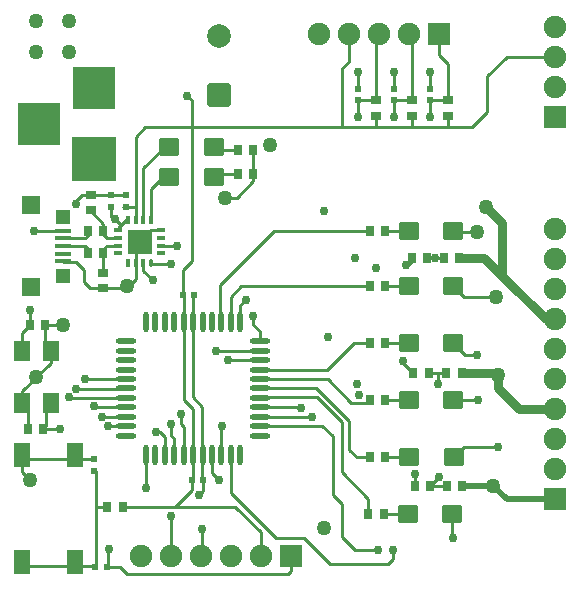
<source format=gtl>
G04 Layer_Physical_Order=1*
G04 Layer_Color=255*
%FSAX24Y24*%
%MOIN*%
G70*
G01*
G75*
%ADD10R,0.0551X0.0709*%
G04:AMPARAMS|DCode=11|XSize=68.9mil|YSize=59.1mil|CornerRadius=7.4mil|HoleSize=0mil|Usage=FLASHONLY|Rotation=180.000|XOffset=0mil|YOffset=0mil|HoleType=Round|Shape=RoundedRectangle|*
%AMROUNDEDRECTD11*
21,1,0.0689,0.0443,0,0,180.0*
21,1,0.0541,0.0591,0,0,180.0*
1,1,0.0148,-0.0271,0.0221*
1,1,0.0148,0.0271,0.0221*
1,1,0.0148,0.0271,-0.0221*
1,1,0.0148,-0.0271,-0.0221*
%
%ADD11ROUNDEDRECTD11*%
%ADD12R,0.0846X0.0846*%
%ADD13R,0.0295X0.0118*%
%ADD14O,0.0118X0.0295*%
%ADD15R,0.0118X0.0295*%
%ADD16R,0.0236X0.0197*%
%ADD17R,0.0354X0.0315*%
%ADD18R,0.0315X0.0354*%
%ADD19R,0.0197X0.0236*%
%ADD20O,0.0197X0.0689*%
%ADD21O,0.0689X0.0197*%
%ADD22R,0.0551X0.0827*%
%ADD23R,0.0532X0.0177*%
%ADD24C,0.0100*%
%ADD25C,0.0300*%
%ADD26C,0.0200*%
%ADD27C,0.0750*%
%ADD28R,0.0750X0.0750*%
%ADD29R,0.0750X0.0750*%
%ADD30R,0.1400X0.1400*%
%ADD31R,0.1500X0.1500*%
%ADD32C,0.0787*%
G04:AMPARAMS|DCode=33|XSize=78.7mil|YSize=78.7mil|CornerRadius=9.8mil|HoleSize=0mil|Usage=FLASHONLY|Rotation=90.000|XOffset=0mil|YOffset=0mil|HoleType=Round|Shape=RoundedRectangle|*
%AMROUNDEDRECTD33*
21,1,0.0787,0.0591,0,0,90.0*
21,1,0.0591,0.0787,0,0,90.0*
1,1,0.0197,0.0295,0.0295*
1,1,0.0197,0.0295,-0.0295*
1,1,0.0197,-0.0295,-0.0295*
1,1,0.0197,-0.0295,0.0295*
%
%ADD33ROUNDEDRECTD33*%
%ADD34R,0.0591X0.0591*%
%ADD35R,0.0492X0.0492*%
%ADD36C,0.0300*%
%ADD37C,0.0500*%
D10*
X010605Y016000D02*
D03*
X011550Y017732D02*
D03*
Y016000D02*
D03*
X010605Y017732D02*
D03*
D11*
X016988Y024550D02*
D03*
X015512D02*
D03*
X016988Y023550D02*
D03*
X015512D02*
D03*
X023462Y012300D02*
D03*
X024938D02*
D03*
X023506Y014200D02*
D03*
X024982D02*
D03*
X023500Y016100D02*
D03*
X024976D02*
D03*
X023500Y018000D02*
D03*
X024976D02*
D03*
X023500Y019900D02*
D03*
X024976D02*
D03*
X023500Y021750D02*
D03*
X024976D02*
D03*
D12*
X014519Y021384D02*
D03*
D13*
X015237Y021768D02*
D03*
Y021512D02*
D03*
Y021256D02*
D03*
Y021000D02*
D03*
X013800D02*
D03*
Y021256D02*
D03*
Y021512D02*
D03*
Y021768D02*
D03*
D14*
X014902Y020665D02*
D03*
D15*
X014646D02*
D03*
X014391D02*
D03*
X014135D02*
D03*
Y022102D02*
D03*
X014391D02*
D03*
X014646D02*
D03*
X014902D02*
D03*
D16*
X024200Y026100D02*
D03*
Y026494D02*
D03*
X023000Y026100D02*
D03*
Y026494D02*
D03*
X021800Y026100D02*
D03*
Y026494D02*
D03*
X013550Y022947D02*
D03*
Y022553D02*
D03*
X014050Y022947D02*
D03*
Y022553D02*
D03*
X013000Y014147D02*
D03*
Y013753D02*
D03*
D17*
X024800Y026106D02*
D03*
Y025594D02*
D03*
X023600Y026100D02*
D03*
Y025588D02*
D03*
X022400Y026100D02*
D03*
Y025588D02*
D03*
X013300Y019838D02*
D03*
Y020350D02*
D03*
X012900Y022962D02*
D03*
Y022450D02*
D03*
D18*
X022188Y018000D02*
D03*
X022700D02*
D03*
X022188Y016100D02*
D03*
X022700D02*
D03*
X022144Y012300D02*
D03*
X022656D02*
D03*
X025162Y020850D02*
D03*
X024650D02*
D03*
X023588D02*
D03*
X024100D02*
D03*
X023644Y017000D02*
D03*
X024156D02*
D03*
X010794Y015150D02*
D03*
X011306D02*
D03*
X011362Y018600D02*
D03*
X010850D02*
D03*
X013950Y012550D02*
D03*
X013438D02*
D03*
X025262Y013250D02*
D03*
X024750D02*
D03*
X023688D02*
D03*
X024200D02*
D03*
X025250Y017000D02*
D03*
X024738D02*
D03*
X022194Y014200D02*
D03*
X022706D02*
D03*
X022194Y019900D02*
D03*
X022706D02*
D03*
X022194Y021750D02*
D03*
X022706D02*
D03*
X013306D02*
D03*
X012794D02*
D03*
X013306Y021000D02*
D03*
X012794D02*
D03*
X018306Y024450D02*
D03*
X017794D02*
D03*
X018306Y023650D02*
D03*
X017794D02*
D03*
D19*
X013047Y010550D02*
D03*
X013441D02*
D03*
X016644Y013450D02*
D03*
X016250D02*
D03*
X016344Y019600D02*
D03*
X015950D02*
D03*
D20*
X017875Y018724D02*
D03*
X017560D02*
D03*
X017245D02*
D03*
X016930D02*
D03*
X016615D02*
D03*
X016300D02*
D03*
X015985D02*
D03*
X015670D02*
D03*
X015355D02*
D03*
X015040D02*
D03*
X014725D02*
D03*
Y014276D02*
D03*
X015040D02*
D03*
X015355D02*
D03*
X015670D02*
D03*
X015985D02*
D03*
X016300D02*
D03*
X016615D02*
D03*
X016930D02*
D03*
X017245D02*
D03*
X017560D02*
D03*
X017875D02*
D03*
D21*
X014076Y018075D02*
D03*
Y017760D02*
D03*
Y017445D02*
D03*
Y017130D02*
D03*
Y016815D02*
D03*
Y016500D02*
D03*
Y016185D02*
D03*
Y015870D02*
D03*
Y015555D02*
D03*
Y015240D02*
D03*
Y014925D02*
D03*
X018524D02*
D03*
Y015240D02*
D03*
Y015555D02*
D03*
Y015870D02*
D03*
Y016185D02*
D03*
Y016500D02*
D03*
Y016815D02*
D03*
Y017130D02*
D03*
Y017445D02*
D03*
Y017760D02*
D03*
Y018075D02*
D03*
D22*
X010600Y010700D02*
D03*
X012372D02*
D03*
X010600Y014283D02*
D03*
X012372D02*
D03*
D23*
X011950Y020732D02*
D03*
Y020988D02*
D03*
Y021756D02*
D03*
Y021500D02*
D03*
Y021244D02*
D03*
D24*
X018306Y024300D02*
Y024450D01*
X018300Y024306D02*
X018306Y024300D01*
X018300Y023400D02*
Y024306D01*
X017750Y022850D02*
X018300Y023400D01*
X017350Y022850D02*
X017750D01*
X015350Y024550D02*
X015512D01*
X015300Y023550D02*
X015512D01*
X014902Y023152D02*
X015300Y023550D01*
X012600Y022950D02*
X013994D01*
X012400Y022650D02*
Y022750D01*
X012600Y022950D01*
X013994D02*
X014000Y022944D01*
X013550Y022200D02*
Y022550D01*
Y022200D02*
X013650Y022100D01*
X015550Y014950D02*
Y015300D01*
Y014950D02*
X015670Y014830D01*
Y014276D02*
Y014830D01*
X015900Y015300D02*
Y015650D01*
Y015300D02*
X015985Y015215D01*
Y014276D02*
Y015215D01*
X024200Y026100D02*
X024206Y026106D01*
X024800D01*
X023000Y026100D02*
X023600D01*
X021800D02*
X022400D01*
X014725Y013175D02*
X014725Y013175D01*
Y014276D01*
X013000Y015900D02*
X013030Y015870D01*
X014076D01*
X013250Y015550D02*
X013255Y015555D01*
X014076D01*
X017560Y013000D02*
Y014275D01*
Y013000D02*
X019060Y011500D01*
X017560Y014276D02*
X017560Y014275D01*
X013450Y015250D02*
X014066D01*
X014076Y015240D01*
X017450Y017450D02*
X017455Y017445D01*
X018524D01*
X017050Y017750D02*
X017060Y017760D01*
X018524D01*
X020245Y015555D02*
X020250Y015550D01*
X018524Y015555D02*
X020245D01*
X019880Y015870D02*
X019900Y015850D01*
X018524Y015870D02*
X019880D01*
X021250Y027150D02*
X021500Y027400D01*
Y028300D01*
X022400Y028200D02*
X022500Y028300D01*
X022400Y026100D02*
Y028200D01*
X023500Y028300D02*
X023600Y028200D01*
Y026100D02*
Y028200D01*
X024500Y027600D02*
Y028300D01*
Y027600D02*
X024800Y027300D01*
Y026106D02*
Y027300D01*
X024200Y026494D02*
Y027050D01*
X023000Y026494D02*
Y027050D01*
X021800Y026494D02*
Y027050D01*
X014700Y025200D02*
X016250D01*
X014391Y024891D02*
X014700Y025200D01*
X016100Y026250D02*
X016250Y026100D01*
Y025200D02*
Y026100D01*
Y020750D02*
Y025200D01*
X025026Y021700D02*
X025750D01*
X024976Y021750D02*
X025026Y021700D01*
X025376Y017600D02*
X025750D01*
X024976Y018000D02*
X025376Y017600D01*
X011362Y018600D02*
X011950D01*
X016300Y014279D02*
Y015800D01*
X015985Y016115D02*
X016300Y015800D01*
X015985Y016115D02*
Y018724D01*
X016300Y016200D02*
X016612Y015888D01*
X016300Y016200D02*
Y018724D01*
X014391Y022509D02*
Y024891D01*
X014347Y022553D02*
X014391Y022509D01*
X011000Y021750D02*
X011006Y021756D01*
X011950D01*
X013800Y021850D02*
X013926Y021976D01*
X013874D02*
X013926D01*
X013800Y021768D02*
Y021850D01*
X014391Y022102D02*
Y022509D01*
X014646Y020404D02*
X014950Y020100D01*
X014646Y020404D02*
Y020665D01*
X017875Y019275D02*
X018050Y019450D01*
X017875Y018724D02*
Y019275D01*
X017900Y019900D02*
X022194D01*
X017550Y019550D02*
X017900Y019900D01*
X017550Y018734D02*
Y019550D01*
X015237Y021256D02*
X015756D01*
X019060Y011500D02*
X020000D01*
X023688Y013638D02*
X023700Y013650D01*
X023688Y013250D02*
Y013638D01*
X023300Y017344D02*
X023644Y017000D01*
X023300Y017344D02*
Y017400D01*
X024447Y017000D02*
X024738D01*
X024156D02*
X024447D01*
X024450Y016997D01*
Y016650D02*
Y016997D01*
X020800Y016800D02*
X021570Y016030D01*
X022118D01*
X022188Y016100D01*
X024976D02*
X025800D01*
X024938Y011512D02*
X024950Y011500D01*
X024938Y011512D02*
Y012300D01*
X016250Y013100D02*
Y013450D01*
X015700Y012550D02*
X016250Y013100D01*
X016297Y013497D02*
X016300Y013453D01*
X016300Y013450D01*
X016644Y013094D02*
Y013450D01*
X016500Y012950D02*
X016644Y013094D01*
X012700Y016800D02*
X012715Y016815D01*
X014076D01*
X012410Y016490D02*
X014066D01*
X014076Y016500D01*
X015550Y010900D02*
Y012250D01*
X012900Y022400D02*
Y022450D01*
Y022400D02*
X013306Y021994D01*
Y021750D02*
Y021994D01*
X014902Y020665D02*
X014918Y020650D01*
X015550D01*
X016612Y013482D02*
X016644Y013450D01*
X024800Y025200D02*
Y025594D01*
X024200Y025550D02*
Y026100D01*
X021800Y025550D02*
Y026100D01*
X023000Y025550D02*
Y026100D01*
X014519Y021384D02*
X014902Y021768D01*
X015237D01*
X013300Y020350D02*
X013306Y020356D01*
Y021000D01*
X016826Y023550D02*
X016926Y023650D01*
X017644D01*
X016826Y024550D02*
X016926Y024450D01*
X017644D01*
X014902Y022102D02*
Y023152D01*
X014646Y023846D02*
X015350Y024550D01*
X014646Y022102D02*
Y023846D01*
X019000Y021750D02*
X022194D01*
X021650Y018000D02*
X022188D01*
X021500Y014450D02*
Y015403D01*
X024976Y016100D02*
X024982Y016094D01*
X022706Y021750D02*
X023500D01*
X022706Y019900D02*
X023500D01*
X022700Y018000D02*
X023500D01*
X022700Y016100D02*
X023500D01*
X022700Y012300D02*
X023400D01*
X014391Y020665D02*
Y021256D01*
X014519Y021384D01*
X013438Y021512D02*
X013800D01*
X013306Y021644D02*
X013438Y021512D01*
X013306Y021644D02*
Y021750D01*
X012794Y021594D02*
Y021750D01*
X012700Y021500D02*
X012794Y021594D01*
X011950Y021500D02*
X012700D01*
X012794Y021000D02*
Y021156D01*
X013306Y021000D02*
Y021144D01*
X013418Y021256D01*
X013800D01*
X012706Y021244D02*
X012794Y021156D01*
X011950Y021244D02*
X012706D01*
X020750Y017100D02*
X021650Y018000D01*
X018524Y016500D02*
X020403D01*
X021500Y015403D01*
X020420Y016200D02*
X021250Y015370D01*
X016300Y018724D02*
Y019600D01*
X016300Y019600D02*
X016300Y019600D01*
X015985Y018724D02*
Y019565D01*
X013050Y012550D02*
X013438D01*
X010794Y015150D02*
Y015811D01*
X010605Y016000D02*
X010794Y015811D01*
X010605Y016000D02*
Y016405D01*
X011550Y017350D01*
Y017732D01*
X011362Y017920D02*
X011550Y017732D01*
X011362Y017920D02*
Y018600D01*
X017700Y012550D02*
X018550Y011700D01*
Y010900D02*
Y011700D01*
X017550Y018734D02*
X017560Y018724D01*
X017200Y019950D02*
X019000Y021750D01*
X011306Y015150D02*
X011850D01*
X024200Y013250D02*
X024750D01*
X024200D02*
X024500Y013550D01*
X024375Y020850D02*
X024650D01*
X012165Y016185D02*
X014076D01*
X019550Y010400D02*
Y010900D01*
X019450Y010300D02*
X019550Y010400D01*
X013850Y010550D02*
X014100Y010300D01*
X019450D01*
X016930Y013670D02*
Y014276D01*
Y013670D02*
X017150Y013450D01*
X010605Y017732D02*
Y018355D01*
X010850Y018600D01*
X014391Y020141D02*
Y020665D01*
X014100Y019900D02*
X014150D01*
X014038Y019838D02*
X014100Y019900D01*
X013300Y019838D02*
X014038D01*
X014150Y019900D02*
X014391Y020141D01*
X017245Y014276D02*
Y015245D01*
X017250Y015250D01*
X016612Y013482D02*
Y015888D01*
X013950Y012550D02*
X015700D01*
X017700D01*
X013950Y022553D02*
X014000D01*
X014347D01*
X016297Y014276D02*
X016300Y014279D01*
X016297Y013497D02*
Y014276D01*
X010733Y010567D02*
X013050D01*
X017200Y018650D02*
Y019950D01*
X022600Y014200D02*
X022706D01*
X023494D01*
X018524Y016200D02*
X020420D01*
X018524Y016800D02*
X020800D01*
X018524Y017100D02*
X020750D01*
X015050Y015050D02*
X015200D01*
X015355Y014895D01*
Y014276D02*
Y014895D01*
X024982Y014200D02*
X025332Y014550D01*
X026450D01*
X023588Y020700D02*
Y020850D01*
X023576Y020700D02*
X023588D01*
X023476Y020600D02*
X023576Y020700D01*
X023400Y020600D02*
X023476D01*
X021500Y014450D02*
X021750Y014200D01*
X022194D01*
X016500Y010950D02*
X016550Y010900D01*
X016500Y010950D02*
X016600Y011050D01*
Y011800D01*
X024976Y019900D02*
X025326Y019550D01*
X026400D01*
X016250Y025200D02*
X021250D01*
Y027150D01*
X022400Y025200D02*
Y025588D01*
X021250Y025200D02*
X023600D01*
Y025588D01*
Y025200D02*
X025600D01*
X026100Y025700D01*
Y026900D01*
X026750Y027550D01*
X028350D01*
X013926Y021976D02*
X014052Y022102D01*
X014135D01*
X010850Y018600D02*
Y019100D01*
X012650Y020050D02*
X012862Y019838D01*
X013300D01*
X011969Y020713D02*
X012387D01*
X012650Y020450D01*
Y020050D02*
Y020450D01*
X018524Y015240D02*
X020610D01*
X020950Y014900D01*
Y012950D02*
Y014900D01*
X021700Y011100D02*
X022450D01*
X021250Y011550D02*
X021700Y011100D01*
X021250Y011550D02*
Y012650D01*
X020950Y012950D02*
X021250Y012650D01*
X011400Y015850D02*
X011550Y016000D01*
X011400Y015244D02*
Y015850D01*
X011306Y015150D02*
X011400Y015244D01*
X021250Y013700D02*
Y015370D01*
Y013700D02*
X022144Y012806D01*
Y012300D02*
Y012806D01*
X020000Y011500D02*
X020850Y010650D01*
X022800D01*
X022950Y010800D01*
Y011100D01*
X015950Y019600D02*
Y020450D01*
X016250Y020750D01*
X018300Y018624D02*
Y018900D01*
Y018624D02*
X018524Y018400D01*
Y018075D02*
Y018400D01*
X013450Y010550D02*
X013850D01*
X013450D02*
Y011144D01*
X013050Y010553D02*
Y013753D01*
X010600Y010700D02*
X010733Y010567D01*
X010600Y013700D02*
X010850Y013450D01*
X010600Y013700D02*
Y014150D01*
Y014283D01*
Y014150D02*
X013000D01*
X013700Y022150D02*
X013874Y021976D01*
X013650Y022100D02*
X013700Y022150D01*
D25*
X026000Y020850D02*
X026600Y020250D01*
Y022000D01*
X026050Y022550D02*
X026600Y022000D01*
X026450Y016500D02*
Y016950D01*
Y016500D02*
X027150Y015800D01*
X028350D01*
X025162Y020850D02*
X026000D01*
X028050Y018800D02*
X028350D01*
X025250Y017000D02*
X026400D01*
X026450Y016950D01*
X026600Y020250D02*
X028050Y018800D01*
D26*
X026750Y012800D02*
X028350D01*
X026300Y013250D02*
X026750Y012800D01*
X025262Y013250D02*
X026300D01*
D27*
X028350Y020800D02*
D03*
Y016800D02*
D03*
Y015800D02*
D03*
Y018800D02*
D03*
Y019800D02*
D03*
Y013800D02*
D03*
Y017800D02*
D03*
Y014800D02*
D03*
Y021800D02*
D03*
X015550Y010900D02*
D03*
X016550D02*
D03*
X018550D02*
D03*
X017550D02*
D03*
X014550D02*
D03*
X022500Y028300D02*
D03*
X023500D02*
D03*
X021500D02*
D03*
X020500D02*
D03*
X028350Y028550D02*
D03*
Y026550D02*
D03*
Y027550D02*
D03*
D28*
Y012800D02*
D03*
Y025550D02*
D03*
D29*
X019550Y010900D02*
D03*
X024500Y028300D02*
D03*
D30*
X013000Y026512D02*
D03*
X011150Y025331D02*
D03*
D31*
X013000Y024150D02*
D03*
D32*
X017150Y028234D02*
D03*
D33*
Y026266D02*
D03*
D34*
X010887Y019866D02*
D03*
Y022622D02*
D03*
D35*
X011950Y022228D02*
D03*
Y020260D02*
D03*
D36*
X012400Y022650D02*
D03*
X015050Y015050D02*
D03*
X015550Y015300D02*
D03*
X015900Y015650D02*
D03*
X014725Y013175D02*
D03*
X013000Y015900D02*
D03*
X013250Y015550D02*
D03*
X013450Y015250D02*
D03*
X017450Y017450D02*
D03*
X017050Y017750D02*
D03*
X020250Y015550D02*
D03*
X019900Y015850D02*
D03*
X024200Y027050D02*
D03*
X023000D02*
D03*
X021800D02*
D03*
X025750Y017600D02*
D03*
X016100Y026250D02*
D03*
X011000Y021750D02*
D03*
X014950Y020100D02*
D03*
X018300Y018900D02*
D03*
X018050Y019450D02*
D03*
X015756Y021256D02*
D03*
X020650Y022400D02*
D03*
X020800Y018200D02*
D03*
X023700Y013650D02*
D03*
X023300Y017400D02*
D03*
X021821Y016290D02*
D03*
X021750Y016650D02*
D03*
X021700Y020850D02*
D03*
X025800Y016100D02*
D03*
X024950Y011500D02*
D03*
X022950Y011100D02*
D03*
X022450D02*
D03*
X016500Y012950D02*
D03*
X012410Y016490D02*
D03*
X012700Y016800D02*
D03*
X015550Y012250D02*
D03*
Y020650D02*
D03*
X024200Y025550D02*
D03*
X023000D02*
D03*
X021800D02*
D03*
X011850Y015150D02*
D03*
X017250Y015250D02*
D03*
X024450Y016650D02*
D03*
X024500Y013550D02*
D03*
X024375Y020850D02*
D03*
X012150Y016200D02*
D03*
X017150Y013450D02*
D03*
X026450Y014550D02*
D03*
X023400Y020600D02*
D03*
X022400Y020500D02*
D03*
X016600Y011800D02*
D03*
X010850Y019100D02*
D03*
X013500Y011150D02*
D03*
X013700Y022150D02*
D03*
D37*
X017350Y022850D02*
D03*
X025750Y021700D02*
D03*
X026450Y016950D02*
D03*
X026050Y022550D02*
D03*
X026300Y013250D02*
D03*
X011950Y018600D02*
D03*
X020650Y011850D02*
D03*
X012150Y027700D02*
D03*
X011050D02*
D03*
X012150Y028750D02*
D03*
X011050D02*
D03*
X014100Y019900D02*
D03*
X026400Y019550D02*
D03*
X018850Y024600D02*
D03*
X011078Y016878D02*
D03*
X010850Y013450D02*
D03*
M02*

</source>
